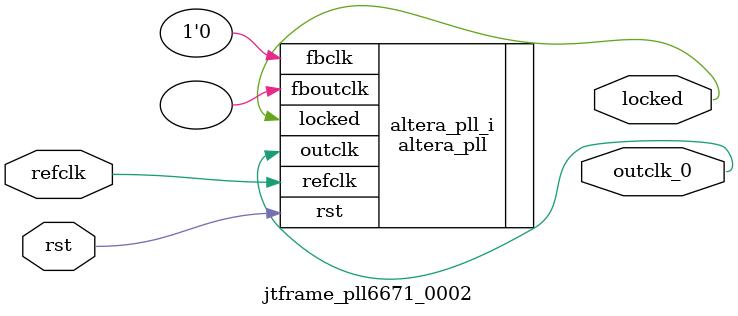
<source format=v>
`timescale 1ns/10ps
module  jtframe_pll6671_0002(

	// interface 'refclk'
	input wire refclk,

	// interface 'reset'
	input wire rst,

	// interface 'outclk0'
	output wire outclk_0,

	// interface 'locked'
	output wire locked
);

	altera_pll #(
		.fractional_vco_multiplier("true"),
		.reference_clock_frequency("50.0 MHz"),
		.operation_mode("direct"),
		.number_of_clocks(1),
		.output_clock_frequency0("53.372000 MHz"),
		.phase_shift0("0 ps"),
		.duty_cycle0(50),
		.output_clock_frequency1("0 MHz"),
		.phase_shift1("0 ps"),
		.duty_cycle1(50),
		.output_clock_frequency2("0 MHz"),
		.phase_shift2("0 ps"),
		.duty_cycle2(50),
		.output_clock_frequency3("0 MHz"),
		.phase_shift3("0 ps"),
		.duty_cycle3(50),
		.output_clock_frequency4("0 MHz"),
		.phase_shift4("0 ps"),
		.duty_cycle4(50),
		.output_clock_frequency5("0 MHz"),
		.phase_shift5("0 ps"),
		.duty_cycle5(50),
		.output_clock_frequency6("0 MHz"),
		.phase_shift6("0 ps"),
		.duty_cycle6(50),
		.output_clock_frequency7("0 MHz"),
		.phase_shift7("0 ps"),
		.duty_cycle7(50),
		.output_clock_frequency8("0 MHz"),
		.phase_shift8("0 ps"),
		.duty_cycle8(50),
		.output_clock_frequency9("0 MHz"),
		.phase_shift9("0 ps"),
		.duty_cycle9(50),
		.output_clock_frequency10("0 MHz"),
		.phase_shift10("0 ps"),
		.duty_cycle10(50),
		.output_clock_frequency11("0 MHz"),
		.phase_shift11("0 ps"),
		.duty_cycle11(50),
		.output_clock_frequency12("0 MHz"),
		.phase_shift12("0 ps"),
		.duty_cycle12(50),
		.output_clock_frequency13("0 MHz"),
		.phase_shift13("0 ps"),
		.duty_cycle13(50),
		.output_clock_frequency14("0 MHz"),
		.phase_shift14("0 ps"),
		.duty_cycle14(50),
		.output_clock_frequency15("0 MHz"),
		.phase_shift15("0 ps"),
		.duty_cycle15(50),
		.output_clock_frequency16("0 MHz"),
		.phase_shift16("0 ps"),
		.duty_cycle16(50),
		.output_clock_frequency17("0 MHz"),
		.phase_shift17("0 ps"),
		.duty_cycle17(50),
		.pll_type("General"),
		.pll_subtype("General")
	) altera_pll_i (
		.rst	(rst),
		.outclk	({outclk_0}),
		.locked	(locked),
		.fboutclk	( ),
		.fbclk	(1'b0),
		.refclk	(refclk)
	);
endmodule


</source>
